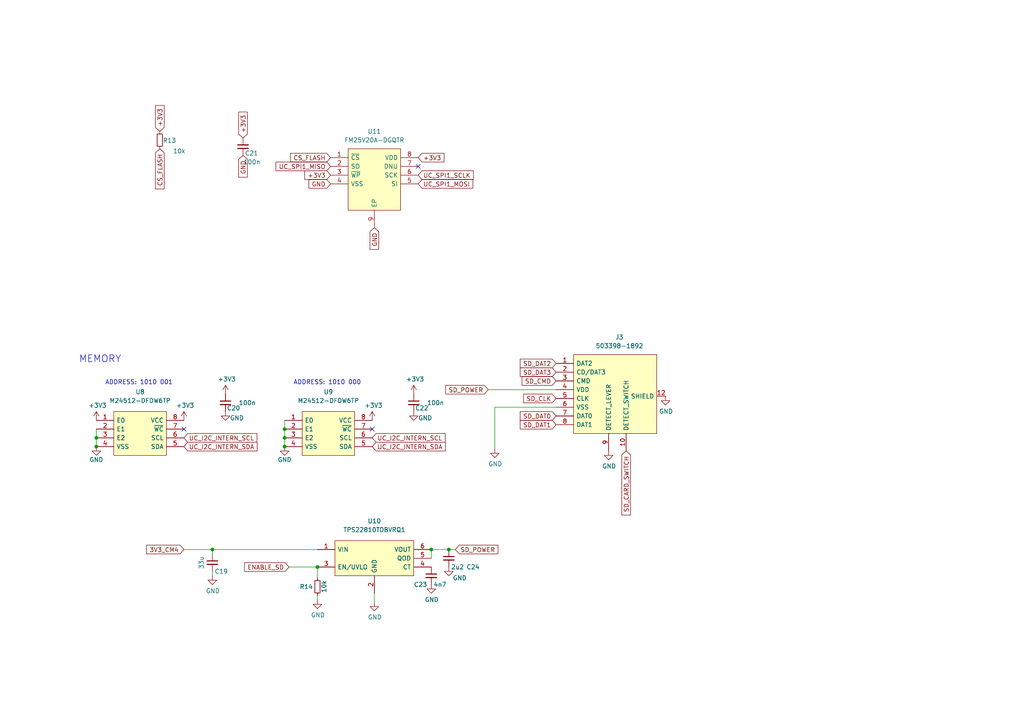
<source format=kicad_sch>
(kicad_sch (version 20231120) (generator "eeschema") (generator_version "8.0")
  (paper "A4")
  (lib_symbols
    (symbol "Device:C_Small" (pin_numbers hide) (pin_names (offset 0.254) hide)
      (property "Reference" "C" (at 0.254 1.778 0))
      (property "Value" "C_Small" (at 0.254 -2.032 0))
      (symbol "C_Small_0_1"
        (polyline (pts (xy -1.524 -0.508) (xy 1.524 -0.508)) (stroke (width 0.3302)))
        (polyline (pts (xy -1.524 0.508) (xy 1.524 0.508)) (stroke (width 0.3048)))
      )
      (symbol "C_Small_1_1"
        (pin passive line (at 0 2.54 270) (length 2.032) (name "~") (number "1"))
        (pin passive line (at 0 -2.54 90) (length 2.032) (name "~") (number "2"))
      )
    )
    (symbol "Device:R_Small" (pin_numbers hide) (pin_names (offset 0.254) hide)
      (property "Reference" "R" (at 0.762 0.508 0))
      (property "Value" "R_Small" (at 0.762 -1.016 0))
      (symbol "R_Small_0_1"
        (rectangle (start -0.762 1.778) (end 0.762 -1.778) (stroke (width 0.2032)))
      )
      (symbol "R_Small_1_1"
        (pin passive line (at 0 2.54 270) (length 0.762) (name "~") (number "1"))
        (pin passive line (at 0 -2.54 90) (length 0.762) (name "~") (number "2"))
      )
    )
    (symbol "M24512-DFDW6TP_1" (pin_names (offset 0.762))
      (property "Reference" "U13" (at 12.7 7.62 0))
      (property "Value" "M24512-DFDW6TP_1" (at 12.7 5.08 0))
      (symbol "M24512-DFDW6TP_1_0_0"
        (pin input line (at 0 0 0) (length 5.08) (name "E0") (number "1"))
        (pin input line (at 0 -2.54 0) (length 5.08) (name "E1") (number "2"))
        (pin input line (at 0 -5.08 0) (length 5.08) (name "E2") (number "3"))
        (pin power_in line (at 0 -7.62 0) (length 5.08) (name "VSS") (number "4"))
        (pin bidirectional line (at 25.4 -7.62 180) (length 5.08) (name "SDA") (number "5"))
        (pin input line (at 25.4 -5.08 180) (length 5.08) (name "SCL") (number "6"))
        (pin input line (at 25.4 -2.54 180) (length 5.08) (name "~{WC}") (number "7"))
        (pin power_in line (at 25.4 0 180) (length 5.08) (name "VCC") (number "8"))
      )
      (symbol "M24512-DFDW6TP_1_0_1"
        (polyline (pts (xy 5.08 2.54) (xy 20.32 2.54) (xy 20.32 -10.16) (xy 5.08 -10.16) (xy 5.08 2.54)) (stroke (width 0.1524)) (fill (type background)))
      )
    )
    (symbol "SamacSys_Parts:FM25V20A-DGQTR" (pin_names (offset 0.762))
      (property "Reference" "U16" (at 12.7 8.255 0))
      (property "Value" "FM25V20A-DGQTR" (at 12.7 5.715 0))
      (symbol "FM25V20A-DGQTR_0_0"
        (pin passive line (at 0 0 0) (length 5.08) (name "~{CS}") (number "1"))
        (pin passive line (at 0 -2.54 0) (length 5.08) (name "SO") (number "2"))
        (pin passive line (at 0 -5.08 0) (length 5.08) (name "~{WP}") (number "3"))
        (pin passive line (at 0 -7.62 0) (length 5.08) (name "VSS") (number "4"))
        (pin passive line (at 25.4 -7.62 180) (length 5.08) (name "SI") (number "5"))
        (pin passive line (at 25.4 -5.08 180) (length 5.08) (name "SCK") (number "6"))
        (pin passive line (at 25.4 -2.54 180) (length 5.08) (name "DNU") (number "7"))
        (pin passive line (at 25.4 0 180) (length 5.08) (name "VDD") (number "8"))
        (pin passive line (at 12.7 -20.32 90) (length 5.08) (name "EP") (number "9"))
      )
      (symbol "FM25V20A-DGQTR_0_1"
        (polyline (pts (xy 5.08 2.54) (xy 20.32 2.54) (xy 20.32 -15.24) (xy 5.08 -15.24) (xy 5.08 2.54)) (stroke (width 0.1524)) (fill (type background)))
      )
    )
    (symbol "downloaded_parts:503398-1892" (pin_names (offset 0.762))
      (property "Reference" "J26" (at 21.59 7.62 0))
      (property "Value" "503398-1892" (at 21.59 5.08 0))
      (symbol "503398-1892_0_0"
        (pin passive line (at 0 0 0) (length 5.08) (name "DAT2") (number "1"))
        (pin passive line (at 20.32 -25.4 90) (length 5.08) (name "DETECT_SWITCH") (number "10"))
        (pin passive line (at 0 -2.54 0) (length 5.08) (name "CD/DAT3") (number "2"))
        (pin passive line (at 0 -5.08 0) (length 5.08) (name "CMD") (number "3"))
        (pin passive line (at 0 -7.62 0) (length 5.08) (name "VDD") (number "4"))
        (pin passive line (at 0 -10.16 0) (length 5.08) (name "CLK") (number "5"))
        (pin passive line (at 0 -12.7 0) (length 5.08) (name "VSS") (number "6"))
        (pin passive line (at 0 -15.24 0) (length 5.08) (name "DAT0") (number "7"))
        (pin passive line (at 0 -17.78 0) (length 5.08) (name "DAT1") (number "8"))
        (pin passive line (at 15.24 -25.4 90) (length 5.08) (name "DETECT_LEVER") (number "9"))
      )
      (symbol "503398-1892_0_1"
        (rectangle (start 5.08 2.54) (end 29.21 -20.32) (stroke (width 0.1524)) (fill (type background)))
      )
      (symbol "503398-1892_1_1"
        (pin input line (at 33.655 -30.48 180) (length 2.54) hide (name "SHIELD") (number "11"))
        (pin input line (at 31.75 -9.525 180) (length 2.54) (name "SHIELD") (number "12"))
        (pin input line (at 33.655 -24.765 180) (length 2.54) hide (name "SHIELD") (number "13"))
        (pin input line (at 34.29 -27.305 180) (length 2.54) hide (name "SHIELD") (number "14"))
      )
    )
    (symbol "downloaded_parts:TPS22810TDBVRQ1" (pin_names (offset 0.762))
      (property "Reference" "IC1" (at 16.51 8.255 0))
      (property "Value" "TPS22810TDBVRQ1" (at 16.51 5.715 0))
      (symbol "TPS22810TDBVRQ1_0_0"
        (pin passive line (at 0 0 0) (length 5.08) (name "VIN") (number "1"))
        (pin passive line (at 16.51 -12.7 90) (length 5.08) (name "GND") (number "2"))
        (pin passive line (at 0 -5.08 0) (length 5.08) (name "EN/UVLO") (number "3"))
        (pin passive line (at 33.02 -5.08 180) (length 5.08) (name "CT") (number "4"))
        (pin passive line (at 33.02 -2.54 180) (length 5.08) (name "QOD") (number "5"))
        (pin passive line (at 33.02 0 180) (length 5.08) (name "VOUT") (number "6"))
      )
      (symbol "TPS22810TDBVRQ1_0_1"
        (polyline (pts (xy 5.08 2.54) (xy 27.94 2.54) (xy 27.94 -7.62) (xy 5.08 -7.62) (xy 5.08 2.54)) (stroke (width 0.1524)) (fill (type background)))
      )
    )
    (symbol "power:+3V3" (power) (pin_names (offset 0))
      (property "Value" "+3V3" (at 0 3.556 0))
      (symbol "+3V3_0_1"
        (polyline (pts (xy -0.762 1.27) (xy 0 2.54)))
        (polyline (pts (xy 0 0) (xy 0 2.54)))
        (polyline (pts (xy 0 2.54) (xy 0.762 1.27)))
      )
      (symbol "+3V3_1_1"
        (pin power_in line (at 0 0 90) (length 0) hide (name "+3V3") (number "1"))
      )
    )
    (symbol "power:GND" (power) (pin_names (offset 0))
      (property "Value" "GND" (at 0 -3.81 0))
      (symbol "GND_0_1"
        (polyline (pts (xy 0 0) (xy 0 -1.27) (xy 1.27 -1.27) (xy 0 -2.54) (xy -1.27 -1.27) (xy 0 -1.27)))
      )
      (symbol "GND_1_1"
        (pin power_in line (at 0 0 270) (length 0) hide (name "GND") (number "1"))
      )
    )
  )
  (junction (at 82.55 129.54))
  (junction (at 82.55 124.46))
  (junction (at 125.095 159.385))
  (junction (at 61.595 159.385))
  (junction (at 82.55 127))
  (junction (at 27.94 129.54))
  (junction (at 92.075 164.465))
  (junction (at 27.94 127))
  (junction (at 130.175 159.385))
  (no_connect (at 53.34 124.46))
  (no_connect (at 107.95 124.46))
  (no_connect (at 121.285 48.26))
  (wire (pts (xy 143.51 118.11) (xy 161.29 118.11)))
  (wire (pts (xy 61.595 165.735) (xy 61.595 167.005)))
  (wire (pts (xy 53.34 159.385) (xy 61.595 159.385)))
  (wire (pts (xy 130.175 159.385) (xy 132.08 159.385)))
  (wire (pts (xy 82.55 121.92) (xy 82.55 124.46)))
  (wire (pts (xy 92.075 167.64) (xy 92.075 164.465)))
  (wire (pts (xy 143.51 118.11) (xy 143.51 130.175)))
  (wire (pts (xy 83.82 164.465) (xy 92.075 164.465)))
  (wire (pts (xy 27.94 127) (xy 27.94 129.54)))
  (wire (pts (xy 125.095 159.385) (xy 125.095 161.925)))
  (wire (pts (xy 82.55 127) (xy 82.55 129.54)))
  (wire (pts (xy 92.075 172.72) (xy 92.075 173.99)))
  (wire (pts (xy 82.55 124.46) (xy 82.55 127)))
  (wire (pts (xy 61.595 160.655) (xy 61.595 159.385)))
  (wire (pts (xy 141.605 113.03) (xy 161.29 113.03)))
  (wire (pts (xy 27.94 124.46) (xy 27.94 127)))
  (wire (pts (xy 61.595 159.385) (xy 92.075 159.385)))
  (wire (pts (xy 125.095 159.385) (xy 130.175 159.385)))
  (wire (pts (xy 108.585 172.085) (xy 108.585 174.625)))
  (text "ADDRESS: 1010 000\n" (at 85.09 111.76 0) (effects (font (size 1.27 1.27)) (justify left bottom)))
  (text "MEMORY" (at 22.86 105.41 0) (effects (font (size 2 2)) (justify left bottom)))
  (text "ADDRESS: 1010 001" (at 30.48 111.76 0) (effects (font (size 1.27 1.27)) (justify left bottom)))
  (global_label "GND" (shape input) (at 95.885 53.34 180) (property "Intersheetrefs" "${INTERSHEET_REFS}" (effects (hide yes))))
  (global_label "GND" (shape input) (at 70.485 45.085 270) (property "Intersheetrefs" "${INTERSHEET_REFS}" (effects (hide yes))))
  (global_label "SD_DAT3" (shape input) (at 161.29 107.95 180) (property "Intersheetrefs" "${INTERSHEET_REFS}" (effects (hide yes))))
  (global_label "UC_I2C_INTERN_SDA" (shape input) (at 107.95 129.54 0) (property "Intersheetrefs" "${INTERSHEET_REFS}" (effects (hide yes))))
  (global_label "SD_DAT0" (shape input) (at 161.29 120.65 180) (property "Intersheetrefs" "${INTERSHEET_REFS}" (effects (hide yes))))
  (global_label "UC_SPI1_MISO" (shape input) (at 95.885 48.26 180) (property "Intersheetrefs" "${INTERSHEET_REFS}" (effects (hide yes))))
  (global_label "+3V3" (shape input) (at 121.285 45.72 0) (property "Intersheetrefs" "${INTERSHEET_REFS}" (effects (hide yes))))
  (global_label "CS_FLASH" (shape input) (at 95.885 45.72 180) (property "Intersheetrefs" "${INTERSHEET_REFS}" (effects (hide yes))))
  (global_label "SD_CARD_SWITCH" (shape input) (at 181.61 130.81 270) (property "Intersheetrefs" "${INTERSHEET_REFS}" (effects (hide yes))))
  (global_label "SD_CMD" (shape input) (at 161.29 110.49 180) (property "Intersheetrefs" "${INTERSHEET_REFS}" (effects (hide yes))))
  (global_label "UC_SPI1_MOSI" (shape input) (at 121.285 53.34 0) (property "Intersheetrefs" "${INTERSHEET_REFS}" (effects (hide yes))))
  (global_label "SD_POWER" (shape input) (at 132.08 159.385 0) (property "Intersheetrefs" "${INTERSHEET_REFS}" (effects (hide yes))))
  (global_label "+3V3" (shape input) (at 46.355 38.1 90) (property "Intersheetrefs" "${INTERSHEET_REFS}" (effects (hide yes))))
  (global_label "SD_CLK" (shape input) (at 161.29 115.57 180) (property "Intersheetrefs" "${INTERSHEET_REFS}" (effects (hide yes))))
  (global_label "UC_I2C_INTERN_SDA" (shape input) (at 53.34 129.54 0) (property "Intersheetrefs" "${INTERSHEET_REFS}" (effects (hide yes))))
  (global_label "UC_I2C_INTERN_SCL" (shape input) (at 53.34 127 0) (property "Intersheetrefs" "${INTERSHEET_REFS}" (effects (hide yes))))
  (global_label "ENABLE_SD" (shape input) (at 83.82 164.465 180) (property "Intersheetrefs" "${INTERSHEET_REFS}" (effects (hide yes))))
  (global_label "UC_I2C_INTERN_SCL" (shape input) (at 107.95 127 0) (property "Intersheetrefs" "${INTERSHEET_REFS}" (effects (hide yes))))
  (global_label "SD_POWER" (shape input) (at 141.605 113.03 180) (property "Intersheetrefs" "${INTERSHEET_REFS}" (effects (hide yes))))
  (global_label "CS_FLASH" (shape input) (at 46.355 43.18 270) (property "Intersheetrefs" "${INTERSHEET_REFS}" (effects (hide yes))))
  (global_label "SD_DAT1" (shape input) (at 161.29 123.19 180) (property "Intersheetrefs" "${INTERSHEET_REFS}" (effects (hide yes))))
  (global_label "UC_SPI1_SCLK" (shape input) (at 121.285 50.8 0) (property "Intersheetrefs" "${INTERSHEET_REFS}" (effects (hide yes))))
  (global_label "GND" (shape input) (at 108.585 66.04 270) (property "Intersheetrefs" "${INTERSHEET_REFS}" (effects (hide yes))))
  (global_label "SD_DAT2" (shape input) (at 161.29 105.41 180) (property "Intersheetrefs" "${INTERSHEET_REFS}" (effects (hide yes))))
  (global_label "+3V3" (shape input) (at 95.885 50.8 180) (property "Intersheetrefs" "${INTERSHEET_REFS}" (effects (hide yes))))
  (global_label "3V3_CM4" (shape input) (at 53.34 159.385 180) (property "Intersheetrefs" "${INTERSHEET_REFS}" (effects (hide yes))))
  (global_label "+3V3" (shape input) (at 70.485 40.005 90) (property "Intersheetrefs" "${INTERSHEET_REFS}" (effects (hide yes))))
  (symbol (lib_name "M24512-DFDW6TP_1") (lib_id "downloaded_parts:M24512-DFDW6TP") (at 27.94 121.92 0) (unit 1)
    (property "Reference" "U8" (at 40.64 113.665 0))
    (property "Value" "M24512-DFDW6TP" (at 40.64 116.205 0))
    (property "Footprint" "downloaded_parts:SOP65P640X120-8N" (effects (hide yes)))
    (property "Datasheet" "https://www.arrow.com/en/products/m24512-dfdw6tp/stmicroelectronics" (effects (hide yes)))
    (property "Description" "EEPROM Serial-I2C 512K-bit 64K x 8 1.8V/2.5V/3.3V/5V 8-Pin TSSOP T/R" (effects (hide yes)))
    (property "Height" "1.2" (effects (hide yes)))
    (property "Mouser Part Number" "511-M24512-DFDW6TP" (effects (hide yes)))
    (property "Mouser Price/Stock" "https://www.mouser.co.uk/ProductDetail/STMicroelectronics/M24512-DFDW6TP?qs=gNDSiZmRJS9C0LA%252B72O%2FCg%3D%3D" (effects (hide yes)))
    (property "Manufacturer_Name" "STMicroelectronics" (effects (hide yes)))
    (property "Manufacturer_Part_Number" "M24512-DFDW6TP" (effects (hide yes)))
  )
  (symbol (lib_id "Device:C_Small") (at 120.015 116.84 0) (unit 1)
    (property "Reference" "C22" (at 120.396 118.3639 0) (effects (justify left)))
    (property "Value" "100n" (at 123.825 116.84 0) (effects (justify left)))
    (property "Footprint" "Capacitor_SMD:C_0603_1608Metric" (effects (hide yes)))
  )
  (symbol (lib_id "power:GND") (at 61.595 167.005 0) (unit 1)
    (property "Reference" "#PWR034" (effects (hide yes)))
    (property "Value" "GND" (at 61.722 171.3992 0))
  )
  (symbol (lib_id "downloaded_parts:503398-1892") (at 161.29 105.41 0) (unit 1)
    (property "Reference" "J3" (at 179.6669 97.79 0))
    (property "Value" "503398-1892" (at 179.6669 100.33 0))
    (property "Footprint" "downloaded_parts:503398-1892" (effects (hide yes)))
    (property "Datasheet" "http://www.molex.com/webdocs/datasheets/pdf/en-us//5033981892_MEMORY_CARD_SOCKET.pdf" (effects (hide yes)))
    (property "Description" "MicroSD SMT Push-Push 1.28mm height MicroSD SMT Push-Push 1.28mm height" (effects (hide yes)))
    (property "Mouser Part Number" "538-503398-1892" (effects (hide yes)))
    (property "Mouser Price/Stock" "https://www.mouser.co.uk/ProductDetail/Molex/503398-1892?qs=b0v8CoHHvSMxV%252BW12iKaSg%3D%3D" (effects (hide yes)))
    (property "Manufacturer_Name" "Molex" (effects (hide yes)))
    (property "Manufacturer_Part_Number" "503398-1892" (effects (hide yes)))
  )
  (symbol (lib_name "M24512-DFDW6TP_1") (lib_id "downloaded_parts:M24512-DFDW6TP") (at 82.55 121.92 0) (unit 1)
    (property "Reference" "U9" (at 95.25 113.665 0))
    (property "Value" "M24512-DFDW6TP" (at 95.25 116.205 0))
    (property "Footprint" "downloaded_parts:SOP65P640X120-8N" (effects (hide yes)))
    (property "Datasheet" "https://www.arrow.com/en/products/m24512-dfdw6tp/stmicroelectronics" (effects (hide yes)))
    (property "Description" "EEPROM Serial-I2C 512K-bit 64K x 8 1.8V/2.5V/3.3V/5V 8-Pin TSSOP T/R" (effects (hide yes)))
    (property "Height" "1.2" (effects (hide yes)))
    (property "Mouser Part Number" "511-M24512-DFDW6TP" (effects (hide yes)))
    (property "Mouser Price/Stock" "https://www.mouser.co.uk/ProductDetail/STMicroelectronics/M24512-DFDW6TP?qs=gNDSiZmRJS9C0LA%252B72O%2FCg%3D%3D" (effects (hide yes)))
    (property "Manufacturer_Name" "STMicroelectronics" (effects (hide yes)))
    (property "Manufacturer_Part_Number" "M24512-DFDW6TP" (effects (hide yes)))
  )
  (symbol (lib_id "Device:R_Small") (at 92.075 170.18 180) (unit 1)
    (property "Reference" "R14" (at 90.805 170.18 0) (effects (justify left)))
    (property "Value" "10k" (at 93.98 168.275 90) (effects (justify left)))
    (property "Footprint" "Resistor_SMD:R_0402_1005Metric" (effects (hide yes)))
  )
  (symbol (lib_id "power:GND") (at 27.94 129.54 0) (unit 1)
    (property "Reference" "#PWR032" (effects (hide yes)))
    (property "Value" "GND" (at 27.94 133.35 0))
  )
  (symbol (lib_id "power:+3V3") (at 65.405 114.3 0) (unit 1)
    (property "Reference" "#PWR035" (effects (hide yes)))
    (property "Value" "+3V3" (at 65.7733 109.9756 0))
  )
  (symbol (lib_id "Device:C_Small") (at 125.095 167.005 0) (unit 1)
    (property "Reference" "C23" (at 120.015 169.545 0) (effects (justify left)))
    (property "Value" "4n7" (at 125.73 169.545 0) (effects (justify left)))
    (property "Footprint" "Capacitor_SMD:C_0603_1608Metric" (effects (hide yes)))
  )
  (symbol (lib_id "power:GND") (at 125.095 169.545 0) (unit 1)
    (property "Reference" "#PWR043" (effects (hide yes)))
    (property "Value" "GND" (at 125.222 173.9392 0))
  )
  (symbol (lib_id "power:GND") (at 176.53 130.81 0) (unit 1)
    (property "Reference" "#PWR046" (effects (hide yes)))
    (property "Value" "GND" (at 176.657 135.2042 0))
  )
  (symbol (lib_id "power:+3V3") (at 107.95 121.92 0) (unit 1)
    (property "Reference" "#PWR039" (effects (hide yes)))
    (property "Value" "+3V3" (at 108.3183 117.5956 0))
  )
  (symbol (lib_id "Device:C_Small") (at 65.405 116.84 0) (unit 1)
    (property "Reference" "C20" (at 65.786 118.3639 0) (effects (justify left)))
    (property "Value" "100n" (at 69.215 116.84 0) (effects (justify left)))
    (property "Footprint" "Capacitor_SMD:C_0603_1608Metric" (effects (hide yes)))
  )
  (symbol (lib_id "power:GND") (at 65.405 119.38 0) (unit 1)
    (property "Reference" "#PWR036" (effects (hide yes)))
    (property "Value" "GND" (at 68.707 121.2342 0))
  )
  (symbol (lib_id "power:+3V3") (at 120.015 114.3 0) (unit 1)
    (property "Reference" "#PWR041" (effects (hide yes)))
    (property "Value" "+3V3" (at 120.3833 109.9756 0))
  )
  (symbol (lib_id "Device:R_Small") (at 46.355 40.64 0) (unit 1)
    (property "Reference" "R13" (at 47.2187 40.7606 0) (effects (justify left)))
    (property "Value" "10k" (at 50.165 43.815 0) (effects (justify left)))
    (property "Footprint" "Resistor_SMD:R_0603_1608Metric" (effects (hide yes)))
  )
  (symbol (lib_id "power:GND") (at 82.55 129.54 0) (unit 1)
    (property "Reference" "#PWR037" (effects (hide yes)))
    (property "Value" "GND" (at 82.55 133.35 0))
  )
  (symbol (lib_id "SamacSys_Parts:FM25V20A-DGQTR") (at 95.885 45.72 0) (unit 1)
    (property "Reference" "U11" (at 108.585 38.1 0))
    (property "Value" "FM25V20A-DGQTR" (at 108.585 40.64 0))
    (property "Footprint" "downloaded_parts:SON127P600X500X80-9N" (effects (hide yes)))
    (property "Datasheet" "http://www.cypress.com/file/136076/download" (effects (hide yes)))
    (property "Description" "F-RAM F-RAM Memory Serial" (effects (hide yes)))
    (property "Height" "0.8" (effects (hide yes)))
    (property "Mouser Part Number" "727-FM25V20A-DGQTR" (effects (hide yes)))
    (property "Mouser Price/Stock" "https://www.mouser.co.uk/ProductDetail/Cypress-Semiconductor/FM25V20A-DGQTR?qs=3Bi3m9r5MQaAAGOKvDXXuw%3D%3D" (effects (hide yes)))
    (property "Manufacturer_Name" "Cypress Semiconductor" (effects (hide yes)))
    (property "Manufacturer_Part_Number" "FM25V20A-DGQTR" (effects (hide yes)))
  )
  (symbol (lib_id "downloaded_parts:TPS22810TDBVRQ1") (at 92.075 159.385 0) (unit 1)
    (property "Reference" "U10" (at 108.585 151.13 0))
    (property "Value" "TPS22810TDBVRQ1" (at 108.585 153.67 0))
    (property "Footprint" "downloaded_parts:SOT95P280X145-6N" (effects (hide yes)))
    (property "Datasheet" "http://www.ti.com/lit/gpn/tps22810-q1" (effects (hide yes)))
    (property "Description" "Automotive 18V, 2A, 79m Load Switch With Adjustable Rise Time and Adjustable Quick Output Discharge" (effects (hide yes)))
    (property "Height" "1.45" (effects (hide yes)))
    (property "Mouser Part Number" "595-TPS22810TDBVRQ1" (effects (hide yes)))
    (property "Mouser Price/Stock" "https://www.mouser.co.uk/ProductDetail/Texas-Instruments/TPS22810TDBVRQ1?qs=55YtniHzbhC0pJNCFuxHfA%3D%3D" (effects (hide yes)))
    (property "Manufacturer_Name" "Texas Instruments" (effects (hide yes)))
    (property "Manufacturer_Part_Number" "TPS22810TDBVRQ1" (effects (hide yes)))
  )
  (symbol (lib_id "power:GND") (at 193.04 114.935 0) (unit 1)
    (property "Reference" "#PWR047" (effects (hide yes)))
    (property "Value" "GND" (at 193.167 119.3292 0))
  )
  (symbol (lib_id "power:GND") (at 108.585 174.625 0) (unit 1)
    (property "Reference" "#PWR040" (effects (hide yes)))
    (property "Value" "GND" (at 108.712 179.0192 0))
  )
  (symbol (lib_id "Device:C_Small") (at 70.485 42.545 180) (unit 1)
    (property "Reference" "C21" (at 74.93 44.45 0) (effects (justify left)))
    (property "Value" "100n" (at 75.565 46.99 0) (effects (justify left)))
    (property "Footprint" "Capacitor_SMD:C_0603_1608Metric" (effects (hide yes)))
  )
  (symbol (lib_id "Device:C_Small") (at 130.175 161.925 0) (unit 1)
    (property "Reference" "C24" (at 135.255 164.465 0) (effects (justify left)))
    (property "Value" "2u2" (at 130.81 164.465 0) (effects (justify left)))
    (property "Footprint" "Capacitor_SMD:C_0805_2012Metric" (effects (hide yes)))
  )
  (symbol (lib_id "power:GND") (at 130.175 164.465 0) (unit 1)
    (property "Reference" "#PWR044" (effects (hide yes)))
    (property "Value" "GND" (at 133.35 167.64 0))
  )
  (symbol (lib_id "power:GND") (at 120.015 119.38 0) (unit 1)
    (property "Reference" "#PWR042" (effects (hide yes)))
    (property "Value" "GND" (at 123.317 121.2342 0))
  )
  (symbol (lib_id "power:GND") (at 92.075 173.99 0) (unit 1)
    (property "Reference" "#PWR038" (effects (hide yes)))
    (property "Value" "GND" (at 92.202 178.3842 0))
  )
  (symbol (lib_id "power:GND") (at 143.51 130.175 0) (unit 1)
    (property "Reference" "#PWR045" (effects (hide yes)))
    (property "Value" "GND" (at 143.637 134.5692 0))
  )
  (symbol (lib_id "power:+3V3") (at 27.94 121.92 0) (unit 1)
    (property "Reference" "#PWR031" (effects (hide yes)))
    (property "Value" "+3V3" (at 28.3083 117.5956 0))
  )
  (symbol (lib_id "Device:C_Small") (at 61.595 163.195 0) (unit 1)
    (property "Reference" "C19" (at 62.23 165.735 0) (effects (justify left)))
    (property "Value" "33u" (at 58.42 165.1 90) (effects (justify left)))
    (property "Footprint" "Capacitor_SMD:C_0805_2012Metric" (effects (hide yes)))
  )
  (symbol (lib_id "power:+3V3") (at 53.34 121.92 0) (unit 1)
    (property "Reference" "#PWR033" (effects (hide yes)))
    (property "Value" "+3V3" (at 53.7083 117.5956 0))
  )
)
</source>
